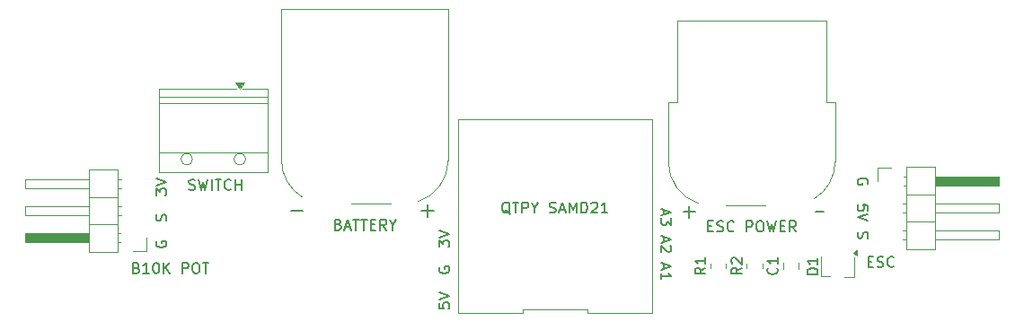
<source format=gbr>
%TF.GenerationSoftware,KiCad,Pcbnew,9.0.5*%
%TF.CreationDate,2025-11-20T18:01:40-05:00*%
%TF.ProjectId,stencilFix,7374656e-6369-46c4-9669-782e6b696361,rev?*%
%TF.SameCoordinates,Original*%
%TF.FileFunction,Legend,Top*%
%TF.FilePolarity,Positive*%
%FSLAX46Y46*%
G04 Gerber Fmt 4.6, Leading zero omitted, Abs format (unit mm)*
G04 Created by KiCad (PCBNEW 9.0.5) date 2025-11-20 18:01:40*
%MOMM*%
%LPD*%
G01*
G04 APERTURE LIST*
%ADD10C,0.150000*%
%ADD11C,0.120000*%
G04 APERTURE END LIST*
D10*
X95514438Y-81636857D02*
X95466819Y-81732095D01*
X95466819Y-81732095D02*
X95466819Y-81874952D01*
X95466819Y-81874952D02*
X95514438Y-82017809D01*
X95514438Y-82017809D02*
X95609676Y-82113047D01*
X95609676Y-82113047D02*
X95704914Y-82160666D01*
X95704914Y-82160666D02*
X95895390Y-82208285D01*
X95895390Y-82208285D02*
X96038247Y-82208285D01*
X96038247Y-82208285D02*
X96228723Y-82160666D01*
X96228723Y-82160666D02*
X96323961Y-82113047D01*
X96323961Y-82113047D02*
X96419200Y-82017809D01*
X96419200Y-82017809D02*
X96466819Y-81874952D01*
X96466819Y-81874952D02*
X96466819Y-81779714D01*
X96466819Y-81779714D02*
X96419200Y-81636857D01*
X96419200Y-81636857D02*
X96371580Y-81589238D01*
X96371580Y-81589238D02*
X96038247Y-81589238D01*
X96038247Y-81589238D02*
X96038247Y-81779714D01*
X96419200Y-79684475D02*
X96466819Y-79541618D01*
X96466819Y-79541618D02*
X96466819Y-79303523D01*
X96466819Y-79303523D02*
X96419200Y-79208285D01*
X96419200Y-79208285D02*
X96371580Y-79160666D01*
X96371580Y-79160666D02*
X96276342Y-79113047D01*
X96276342Y-79113047D02*
X96181104Y-79113047D01*
X96181104Y-79113047D02*
X96085866Y-79160666D01*
X96085866Y-79160666D02*
X96038247Y-79208285D01*
X96038247Y-79208285D02*
X95990628Y-79303523D01*
X95990628Y-79303523D02*
X95943009Y-79493999D01*
X95943009Y-79493999D02*
X95895390Y-79589237D01*
X95895390Y-79589237D02*
X95847771Y-79636856D01*
X95847771Y-79636856D02*
X95752533Y-79684475D01*
X95752533Y-79684475D02*
X95657295Y-79684475D01*
X95657295Y-79684475D02*
X95562057Y-79636856D01*
X95562057Y-79636856D02*
X95514438Y-79589237D01*
X95514438Y-79589237D02*
X95466819Y-79493999D01*
X95466819Y-79493999D02*
X95466819Y-79255904D01*
X95466819Y-79255904D02*
X95514438Y-79113047D01*
X95466819Y-77255903D02*
X95466819Y-76636856D01*
X95466819Y-76636856D02*
X95847771Y-76970189D01*
X95847771Y-76970189D02*
X95847771Y-76827332D01*
X95847771Y-76827332D02*
X95895390Y-76732094D01*
X95895390Y-76732094D02*
X95943009Y-76684475D01*
X95943009Y-76684475D02*
X96038247Y-76636856D01*
X96038247Y-76636856D02*
X96276342Y-76636856D01*
X96276342Y-76636856D02*
X96371580Y-76684475D01*
X96371580Y-76684475D02*
X96419200Y-76732094D01*
X96419200Y-76732094D02*
X96466819Y-76827332D01*
X96466819Y-76827332D02*
X96466819Y-77113046D01*
X96466819Y-77113046D02*
X96419200Y-77208284D01*
X96419200Y-77208284D02*
X96371580Y-77255903D01*
X95466819Y-76351141D02*
X96466819Y-76017808D01*
X96466819Y-76017808D02*
X95466819Y-75684475D01*
X162549561Y-76224094D02*
X162597180Y-76128856D01*
X162597180Y-76128856D02*
X162597180Y-75985999D01*
X162597180Y-75985999D02*
X162549561Y-75843142D01*
X162549561Y-75843142D02*
X162454323Y-75747904D01*
X162454323Y-75747904D02*
X162359085Y-75700285D01*
X162359085Y-75700285D02*
X162168609Y-75652666D01*
X162168609Y-75652666D02*
X162025752Y-75652666D01*
X162025752Y-75652666D02*
X161835276Y-75700285D01*
X161835276Y-75700285D02*
X161740038Y-75747904D01*
X161740038Y-75747904D02*
X161644800Y-75843142D01*
X161644800Y-75843142D02*
X161597180Y-75985999D01*
X161597180Y-75985999D02*
X161597180Y-76081237D01*
X161597180Y-76081237D02*
X161644800Y-76224094D01*
X161644800Y-76224094D02*
X161692419Y-76271713D01*
X161692419Y-76271713D02*
X162025752Y-76271713D01*
X162025752Y-76271713D02*
X162025752Y-76081237D01*
X162597180Y-78700285D02*
X162597180Y-78224095D01*
X162597180Y-78224095D02*
X162120990Y-78176476D01*
X162120990Y-78176476D02*
X162168609Y-78224095D01*
X162168609Y-78224095D02*
X162216228Y-78319333D01*
X162216228Y-78319333D02*
X162216228Y-78557428D01*
X162216228Y-78557428D02*
X162168609Y-78652666D01*
X162168609Y-78652666D02*
X162120990Y-78700285D01*
X162120990Y-78700285D02*
X162025752Y-78747904D01*
X162025752Y-78747904D02*
X161787657Y-78747904D01*
X161787657Y-78747904D02*
X161692419Y-78700285D01*
X161692419Y-78700285D02*
X161644800Y-78652666D01*
X161644800Y-78652666D02*
X161597180Y-78557428D01*
X161597180Y-78557428D02*
X161597180Y-78319333D01*
X161597180Y-78319333D02*
X161644800Y-78224095D01*
X161644800Y-78224095D02*
X161692419Y-78176476D01*
X162597180Y-79033619D02*
X161597180Y-79366952D01*
X161597180Y-79366952D02*
X162597180Y-79700285D01*
X161644800Y-80747905D02*
X161597180Y-80890762D01*
X161597180Y-80890762D02*
X161597180Y-81128857D01*
X161597180Y-81128857D02*
X161644800Y-81224095D01*
X161644800Y-81224095D02*
X161692419Y-81271714D01*
X161692419Y-81271714D02*
X161787657Y-81319333D01*
X161787657Y-81319333D02*
X161882895Y-81319333D01*
X161882895Y-81319333D02*
X161978133Y-81271714D01*
X161978133Y-81271714D02*
X162025752Y-81224095D01*
X162025752Y-81224095D02*
X162073371Y-81128857D01*
X162073371Y-81128857D02*
X162120990Y-80938381D01*
X162120990Y-80938381D02*
X162168609Y-80843143D01*
X162168609Y-80843143D02*
X162216228Y-80795524D01*
X162216228Y-80795524D02*
X162311466Y-80747905D01*
X162311466Y-80747905D02*
X162406704Y-80747905D01*
X162406704Y-80747905D02*
X162501942Y-80795524D01*
X162501942Y-80795524D02*
X162549561Y-80843143D01*
X162549561Y-80843143D02*
X162597180Y-80938381D01*
X162597180Y-80938381D02*
X162597180Y-81176476D01*
X162597180Y-81176476D02*
X162549561Y-81319333D01*
X122136819Y-87447048D02*
X122136819Y-87923238D01*
X122136819Y-87923238D02*
X122613009Y-87970857D01*
X122613009Y-87970857D02*
X122565390Y-87923238D01*
X122565390Y-87923238D02*
X122517771Y-87828000D01*
X122517771Y-87828000D02*
X122517771Y-87589905D01*
X122517771Y-87589905D02*
X122565390Y-87494667D01*
X122565390Y-87494667D02*
X122613009Y-87447048D01*
X122613009Y-87447048D02*
X122708247Y-87399429D01*
X122708247Y-87399429D02*
X122946342Y-87399429D01*
X122946342Y-87399429D02*
X123041580Y-87447048D01*
X123041580Y-87447048D02*
X123089200Y-87494667D01*
X123089200Y-87494667D02*
X123136819Y-87589905D01*
X123136819Y-87589905D02*
X123136819Y-87828000D01*
X123136819Y-87828000D02*
X123089200Y-87923238D01*
X123089200Y-87923238D02*
X123041580Y-87970857D01*
X122136819Y-87113714D02*
X123136819Y-86780381D01*
X123136819Y-86780381D02*
X122136819Y-86447048D01*
X122184438Y-84066095D02*
X122136819Y-84161333D01*
X122136819Y-84161333D02*
X122136819Y-84304190D01*
X122136819Y-84304190D02*
X122184438Y-84447047D01*
X122184438Y-84447047D02*
X122279676Y-84542285D01*
X122279676Y-84542285D02*
X122374914Y-84589904D01*
X122374914Y-84589904D02*
X122565390Y-84637523D01*
X122565390Y-84637523D02*
X122708247Y-84637523D01*
X122708247Y-84637523D02*
X122898723Y-84589904D01*
X122898723Y-84589904D02*
X122993961Y-84542285D01*
X122993961Y-84542285D02*
X123089200Y-84447047D01*
X123089200Y-84447047D02*
X123136819Y-84304190D01*
X123136819Y-84304190D02*
X123136819Y-84208952D01*
X123136819Y-84208952D02*
X123089200Y-84066095D01*
X123089200Y-84066095D02*
X123041580Y-84018476D01*
X123041580Y-84018476D02*
X122708247Y-84018476D01*
X122708247Y-84018476D02*
X122708247Y-84208952D01*
X122136819Y-82161332D02*
X122136819Y-81542285D01*
X122136819Y-81542285D02*
X122517771Y-81875618D01*
X122517771Y-81875618D02*
X122517771Y-81732761D01*
X122517771Y-81732761D02*
X122565390Y-81637523D01*
X122565390Y-81637523D02*
X122613009Y-81589904D01*
X122613009Y-81589904D02*
X122708247Y-81542285D01*
X122708247Y-81542285D02*
X122946342Y-81542285D01*
X122946342Y-81542285D02*
X123041580Y-81589904D01*
X123041580Y-81589904D02*
X123089200Y-81637523D01*
X123089200Y-81637523D02*
X123136819Y-81732761D01*
X123136819Y-81732761D02*
X123136819Y-82018475D01*
X123136819Y-82018475D02*
X123089200Y-82113713D01*
X123089200Y-82113713D02*
X123041580Y-82161332D01*
X122136819Y-81256570D02*
X123136819Y-80923237D01*
X123136819Y-80923237D02*
X122136819Y-80589904D01*
X143340895Y-78629285D02*
X143340895Y-79105475D01*
X143055180Y-78534047D02*
X144055180Y-78867380D01*
X144055180Y-78867380D02*
X143055180Y-79200713D01*
X144055180Y-79438809D02*
X144055180Y-80057856D01*
X144055180Y-80057856D02*
X143674228Y-79724523D01*
X143674228Y-79724523D02*
X143674228Y-79867380D01*
X143674228Y-79867380D02*
X143626609Y-79962618D01*
X143626609Y-79962618D02*
X143578990Y-80010237D01*
X143578990Y-80010237D02*
X143483752Y-80057856D01*
X143483752Y-80057856D02*
X143245657Y-80057856D01*
X143245657Y-80057856D02*
X143150419Y-80010237D01*
X143150419Y-80010237D02*
X143102800Y-79962618D01*
X143102800Y-79962618D02*
X143055180Y-79867380D01*
X143055180Y-79867380D02*
X143055180Y-79581666D01*
X143055180Y-79581666D02*
X143102800Y-79486428D01*
X143102800Y-79486428D02*
X143150419Y-79438809D01*
X143340895Y-81200714D02*
X143340895Y-81676904D01*
X143055180Y-81105476D02*
X144055180Y-81438809D01*
X144055180Y-81438809D02*
X143055180Y-81772142D01*
X143959942Y-82057857D02*
X144007561Y-82105476D01*
X144007561Y-82105476D02*
X144055180Y-82200714D01*
X144055180Y-82200714D02*
X144055180Y-82438809D01*
X144055180Y-82438809D02*
X144007561Y-82534047D01*
X144007561Y-82534047D02*
X143959942Y-82581666D01*
X143959942Y-82581666D02*
X143864704Y-82629285D01*
X143864704Y-82629285D02*
X143769466Y-82629285D01*
X143769466Y-82629285D02*
X143626609Y-82581666D01*
X143626609Y-82581666D02*
X143055180Y-82010238D01*
X143055180Y-82010238D02*
X143055180Y-82629285D01*
X143340895Y-83772143D02*
X143340895Y-84248333D01*
X143055180Y-83676905D02*
X144055180Y-84010238D01*
X144055180Y-84010238D02*
X143055180Y-84343571D01*
X143055180Y-85200714D02*
X143055180Y-84629286D01*
X143055180Y-84915000D02*
X144055180Y-84915000D01*
X144055180Y-84915000D02*
X143912323Y-84819762D01*
X143912323Y-84819762D02*
X143817085Y-84724524D01*
X143817085Y-84724524D02*
X143769466Y-84629286D01*
X128857904Y-79036057D02*
X128762666Y-78988438D01*
X128762666Y-78988438D02*
X128667428Y-78893200D01*
X128667428Y-78893200D02*
X128524571Y-78750342D01*
X128524571Y-78750342D02*
X128429333Y-78702723D01*
X128429333Y-78702723D02*
X128334095Y-78702723D01*
X128381714Y-78940819D02*
X128286476Y-78893200D01*
X128286476Y-78893200D02*
X128191238Y-78797961D01*
X128191238Y-78797961D02*
X128143619Y-78607485D01*
X128143619Y-78607485D02*
X128143619Y-78274152D01*
X128143619Y-78274152D02*
X128191238Y-78083676D01*
X128191238Y-78083676D02*
X128286476Y-77988438D01*
X128286476Y-77988438D02*
X128381714Y-77940819D01*
X128381714Y-77940819D02*
X128572190Y-77940819D01*
X128572190Y-77940819D02*
X128667428Y-77988438D01*
X128667428Y-77988438D02*
X128762666Y-78083676D01*
X128762666Y-78083676D02*
X128810285Y-78274152D01*
X128810285Y-78274152D02*
X128810285Y-78607485D01*
X128810285Y-78607485D02*
X128762666Y-78797961D01*
X128762666Y-78797961D02*
X128667428Y-78893200D01*
X128667428Y-78893200D02*
X128572190Y-78940819D01*
X128572190Y-78940819D02*
X128381714Y-78940819D01*
X129096000Y-77940819D02*
X129667428Y-77940819D01*
X129381714Y-78940819D02*
X129381714Y-77940819D01*
X130000762Y-78940819D02*
X130000762Y-77940819D01*
X130000762Y-77940819D02*
X130381714Y-77940819D01*
X130381714Y-77940819D02*
X130476952Y-77988438D01*
X130476952Y-77988438D02*
X130524571Y-78036057D01*
X130524571Y-78036057D02*
X130572190Y-78131295D01*
X130572190Y-78131295D02*
X130572190Y-78274152D01*
X130572190Y-78274152D02*
X130524571Y-78369390D01*
X130524571Y-78369390D02*
X130476952Y-78417009D01*
X130476952Y-78417009D02*
X130381714Y-78464628D01*
X130381714Y-78464628D02*
X130000762Y-78464628D01*
X131191238Y-78464628D02*
X131191238Y-78940819D01*
X130857905Y-77940819D02*
X131191238Y-78464628D01*
X131191238Y-78464628D02*
X131524571Y-77940819D01*
X132572191Y-78893200D02*
X132715048Y-78940819D01*
X132715048Y-78940819D02*
X132953143Y-78940819D01*
X132953143Y-78940819D02*
X133048381Y-78893200D01*
X133048381Y-78893200D02*
X133096000Y-78845580D01*
X133096000Y-78845580D02*
X133143619Y-78750342D01*
X133143619Y-78750342D02*
X133143619Y-78655104D01*
X133143619Y-78655104D02*
X133096000Y-78559866D01*
X133096000Y-78559866D02*
X133048381Y-78512247D01*
X133048381Y-78512247D02*
X132953143Y-78464628D01*
X132953143Y-78464628D02*
X132762667Y-78417009D01*
X132762667Y-78417009D02*
X132667429Y-78369390D01*
X132667429Y-78369390D02*
X132619810Y-78321771D01*
X132619810Y-78321771D02*
X132572191Y-78226533D01*
X132572191Y-78226533D02*
X132572191Y-78131295D01*
X132572191Y-78131295D02*
X132619810Y-78036057D01*
X132619810Y-78036057D02*
X132667429Y-77988438D01*
X132667429Y-77988438D02*
X132762667Y-77940819D01*
X132762667Y-77940819D02*
X133000762Y-77940819D01*
X133000762Y-77940819D02*
X133143619Y-77988438D01*
X133524572Y-78655104D02*
X134000762Y-78655104D01*
X133429334Y-78940819D02*
X133762667Y-77940819D01*
X133762667Y-77940819D02*
X134096000Y-78940819D01*
X134429334Y-78940819D02*
X134429334Y-77940819D01*
X134429334Y-77940819D02*
X134762667Y-78655104D01*
X134762667Y-78655104D02*
X135096000Y-77940819D01*
X135096000Y-77940819D02*
X135096000Y-78940819D01*
X135572191Y-78940819D02*
X135572191Y-77940819D01*
X135572191Y-77940819D02*
X135810286Y-77940819D01*
X135810286Y-77940819D02*
X135953143Y-77988438D01*
X135953143Y-77988438D02*
X136048381Y-78083676D01*
X136048381Y-78083676D02*
X136096000Y-78178914D01*
X136096000Y-78178914D02*
X136143619Y-78369390D01*
X136143619Y-78369390D02*
X136143619Y-78512247D01*
X136143619Y-78512247D02*
X136096000Y-78702723D01*
X136096000Y-78702723D02*
X136048381Y-78797961D01*
X136048381Y-78797961D02*
X135953143Y-78893200D01*
X135953143Y-78893200D02*
X135810286Y-78940819D01*
X135810286Y-78940819D02*
X135572191Y-78940819D01*
X136524572Y-78036057D02*
X136572191Y-77988438D01*
X136572191Y-77988438D02*
X136667429Y-77940819D01*
X136667429Y-77940819D02*
X136905524Y-77940819D01*
X136905524Y-77940819D02*
X137000762Y-77988438D01*
X137000762Y-77988438D02*
X137048381Y-78036057D01*
X137048381Y-78036057D02*
X137096000Y-78131295D01*
X137096000Y-78131295D02*
X137096000Y-78226533D01*
X137096000Y-78226533D02*
X137048381Y-78369390D01*
X137048381Y-78369390D02*
X136476953Y-78940819D01*
X136476953Y-78940819D02*
X137096000Y-78940819D01*
X138048381Y-78940819D02*
X137476953Y-78940819D01*
X137762667Y-78940819D02*
X137762667Y-77940819D01*
X137762667Y-77940819D02*
X137667429Y-78083676D01*
X137667429Y-78083676D02*
X137572191Y-78178914D01*
X137572191Y-78178914D02*
X137476953Y-78226533D01*
X98592000Y-76734200D02*
X98734857Y-76781819D01*
X98734857Y-76781819D02*
X98972952Y-76781819D01*
X98972952Y-76781819D02*
X99068190Y-76734200D01*
X99068190Y-76734200D02*
X99115809Y-76686580D01*
X99115809Y-76686580D02*
X99163428Y-76591342D01*
X99163428Y-76591342D02*
X99163428Y-76496104D01*
X99163428Y-76496104D02*
X99115809Y-76400866D01*
X99115809Y-76400866D02*
X99068190Y-76353247D01*
X99068190Y-76353247D02*
X98972952Y-76305628D01*
X98972952Y-76305628D02*
X98782476Y-76258009D01*
X98782476Y-76258009D02*
X98687238Y-76210390D01*
X98687238Y-76210390D02*
X98639619Y-76162771D01*
X98639619Y-76162771D02*
X98592000Y-76067533D01*
X98592000Y-76067533D02*
X98592000Y-75972295D01*
X98592000Y-75972295D02*
X98639619Y-75877057D01*
X98639619Y-75877057D02*
X98687238Y-75829438D01*
X98687238Y-75829438D02*
X98782476Y-75781819D01*
X98782476Y-75781819D02*
X99020571Y-75781819D01*
X99020571Y-75781819D02*
X99163428Y-75829438D01*
X99496762Y-75781819D02*
X99734857Y-76781819D01*
X99734857Y-76781819D02*
X99925333Y-76067533D01*
X99925333Y-76067533D02*
X100115809Y-76781819D01*
X100115809Y-76781819D02*
X100353905Y-75781819D01*
X100734857Y-76781819D02*
X100734857Y-75781819D01*
X101068190Y-75781819D02*
X101639618Y-75781819D01*
X101353904Y-76781819D02*
X101353904Y-75781819D01*
X102544380Y-76686580D02*
X102496761Y-76734200D01*
X102496761Y-76734200D02*
X102353904Y-76781819D01*
X102353904Y-76781819D02*
X102258666Y-76781819D01*
X102258666Y-76781819D02*
X102115809Y-76734200D01*
X102115809Y-76734200D02*
X102020571Y-76638961D01*
X102020571Y-76638961D02*
X101972952Y-76543723D01*
X101972952Y-76543723D02*
X101925333Y-76353247D01*
X101925333Y-76353247D02*
X101925333Y-76210390D01*
X101925333Y-76210390D02*
X101972952Y-76019914D01*
X101972952Y-76019914D02*
X102020571Y-75924676D01*
X102020571Y-75924676D02*
X102115809Y-75829438D01*
X102115809Y-75829438D02*
X102258666Y-75781819D01*
X102258666Y-75781819D02*
X102353904Y-75781819D01*
X102353904Y-75781819D02*
X102496761Y-75829438D01*
X102496761Y-75829438D02*
X102544380Y-75877057D01*
X102972952Y-76781819D02*
X102972952Y-75781819D01*
X102972952Y-76258009D02*
X103544380Y-76258009D01*
X103544380Y-76781819D02*
X103544380Y-75781819D01*
X147266819Y-84113666D02*
X146790628Y-84446999D01*
X147266819Y-84685094D02*
X146266819Y-84685094D01*
X146266819Y-84685094D02*
X146266819Y-84304142D01*
X146266819Y-84304142D02*
X146314438Y-84208904D01*
X146314438Y-84208904D02*
X146362057Y-84161285D01*
X146362057Y-84161285D02*
X146457295Y-84113666D01*
X146457295Y-84113666D02*
X146600152Y-84113666D01*
X146600152Y-84113666D02*
X146695390Y-84161285D01*
X146695390Y-84161285D02*
X146743009Y-84208904D01*
X146743009Y-84208904D02*
X146790628Y-84304142D01*
X146790628Y-84304142D02*
X146790628Y-84685094D01*
X147266819Y-83161285D02*
X147266819Y-83732713D01*
X147266819Y-83446999D02*
X146266819Y-83446999D01*
X146266819Y-83446999D02*
X146409676Y-83542237D01*
X146409676Y-83542237D02*
X146504914Y-83637475D01*
X146504914Y-83637475D02*
X146552533Y-83732713D01*
X157854819Y-84738094D02*
X156854819Y-84738094D01*
X156854819Y-84738094D02*
X156854819Y-84499999D01*
X156854819Y-84499999D02*
X156902438Y-84357142D01*
X156902438Y-84357142D02*
X156997676Y-84261904D01*
X156997676Y-84261904D02*
X157092914Y-84214285D01*
X157092914Y-84214285D02*
X157283390Y-84166666D01*
X157283390Y-84166666D02*
X157426247Y-84166666D01*
X157426247Y-84166666D02*
X157616723Y-84214285D01*
X157616723Y-84214285D02*
X157711961Y-84261904D01*
X157711961Y-84261904D02*
X157807200Y-84357142D01*
X157807200Y-84357142D02*
X157854819Y-84499999D01*
X157854819Y-84499999D02*
X157854819Y-84738094D01*
X157854819Y-83214285D02*
X157854819Y-83785713D01*
X157854819Y-83499999D02*
X156854819Y-83499999D01*
X156854819Y-83499999D02*
X156997676Y-83595237D01*
X156997676Y-83595237D02*
X157092914Y-83690475D01*
X157092914Y-83690475D02*
X157140533Y-83785713D01*
X154000580Y-84113666D02*
X154048200Y-84161285D01*
X154048200Y-84161285D02*
X154095819Y-84304142D01*
X154095819Y-84304142D02*
X154095819Y-84399380D01*
X154095819Y-84399380D02*
X154048200Y-84542237D01*
X154048200Y-84542237D02*
X153952961Y-84637475D01*
X153952961Y-84637475D02*
X153857723Y-84685094D01*
X153857723Y-84685094D02*
X153667247Y-84732713D01*
X153667247Y-84732713D02*
X153524390Y-84732713D01*
X153524390Y-84732713D02*
X153333914Y-84685094D01*
X153333914Y-84685094D02*
X153238676Y-84637475D01*
X153238676Y-84637475D02*
X153143438Y-84542237D01*
X153143438Y-84542237D02*
X153095819Y-84399380D01*
X153095819Y-84399380D02*
X153095819Y-84304142D01*
X153095819Y-84304142D02*
X153143438Y-84161285D01*
X153143438Y-84161285D02*
X153191057Y-84113666D01*
X154095819Y-83161285D02*
X154095819Y-83732713D01*
X154095819Y-83446999D02*
X153095819Y-83446999D01*
X153095819Y-83446999D02*
X153238676Y-83542237D01*
X153238676Y-83542237D02*
X153333914Y-83637475D01*
X153333914Y-83637475D02*
X153381533Y-83732713D01*
X162609524Y-83531009D02*
X162942857Y-83531009D01*
X163085714Y-84054819D02*
X162609524Y-84054819D01*
X162609524Y-84054819D02*
X162609524Y-83054819D01*
X162609524Y-83054819D02*
X163085714Y-83054819D01*
X163466667Y-84007200D02*
X163609524Y-84054819D01*
X163609524Y-84054819D02*
X163847619Y-84054819D01*
X163847619Y-84054819D02*
X163942857Y-84007200D01*
X163942857Y-84007200D02*
X163990476Y-83959580D01*
X163990476Y-83959580D02*
X164038095Y-83864342D01*
X164038095Y-83864342D02*
X164038095Y-83769104D01*
X164038095Y-83769104D02*
X163990476Y-83673866D01*
X163990476Y-83673866D02*
X163942857Y-83626247D01*
X163942857Y-83626247D02*
X163847619Y-83578628D01*
X163847619Y-83578628D02*
X163657143Y-83531009D01*
X163657143Y-83531009D02*
X163561905Y-83483390D01*
X163561905Y-83483390D02*
X163514286Y-83435771D01*
X163514286Y-83435771D02*
X163466667Y-83340533D01*
X163466667Y-83340533D02*
X163466667Y-83245295D01*
X163466667Y-83245295D02*
X163514286Y-83150057D01*
X163514286Y-83150057D02*
X163561905Y-83102438D01*
X163561905Y-83102438D02*
X163657143Y-83054819D01*
X163657143Y-83054819D02*
X163895238Y-83054819D01*
X163895238Y-83054819D02*
X164038095Y-83102438D01*
X165038095Y-83959580D02*
X164990476Y-84007200D01*
X164990476Y-84007200D02*
X164847619Y-84054819D01*
X164847619Y-84054819D02*
X164752381Y-84054819D01*
X164752381Y-84054819D02*
X164609524Y-84007200D01*
X164609524Y-84007200D02*
X164514286Y-83911961D01*
X164514286Y-83911961D02*
X164466667Y-83816723D01*
X164466667Y-83816723D02*
X164419048Y-83626247D01*
X164419048Y-83626247D02*
X164419048Y-83483390D01*
X164419048Y-83483390D02*
X164466667Y-83292914D01*
X164466667Y-83292914D02*
X164514286Y-83197676D01*
X164514286Y-83197676D02*
X164609524Y-83102438D01*
X164609524Y-83102438D02*
X164752381Y-83054819D01*
X164752381Y-83054819D02*
X164847619Y-83054819D01*
X164847619Y-83054819D02*
X164990476Y-83102438D01*
X164990476Y-83102438D02*
X165038095Y-83150057D01*
X147518952Y-80177009D02*
X147852285Y-80177009D01*
X147995142Y-80700819D02*
X147518952Y-80700819D01*
X147518952Y-80700819D02*
X147518952Y-79700819D01*
X147518952Y-79700819D02*
X147995142Y-79700819D01*
X148376095Y-80653200D02*
X148518952Y-80700819D01*
X148518952Y-80700819D02*
X148757047Y-80700819D01*
X148757047Y-80700819D02*
X148852285Y-80653200D01*
X148852285Y-80653200D02*
X148899904Y-80605580D01*
X148899904Y-80605580D02*
X148947523Y-80510342D01*
X148947523Y-80510342D02*
X148947523Y-80415104D01*
X148947523Y-80415104D02*
X148899904Y-80319866D01*
X148899904Y-80319866D02*
X148852285Y-80272247D01*
X148852285Y-80272247D02*
X148757047Y-80224628D01*
X148757047Y-80224628D02*
X148566571Y-80177009D01*
X148566571Y-80177009D02*
X148471333Y-80129390D01*
X148471333Y-80129390D02*
X148423714Y-80081771D01*
X148423714Y-80081771D02*
X148376095Y-79986533D01*
X148376095Y-79986533D02*
X148376095Y-79891295D01*
X148376095Y-79891295D02*
X148423714Y-79796057D01*
X148423714Y-79796057D02*
X148471333Y-79748438D01*
X148471333Y-79748438D02*
X148566571Y-79700819D01*
X148566571Y-79700819D02*
X148804666Y-79700819D01*
X148804666Y-79700819D02*
X148947523Y-79748438D01*
X149947523Y-80605580D02*
X149899904Y-80653200D01*
X149899904Y-80653200D02*
X149757047Y-80700819D01*
X149757047Y-80700819D02*
X149661809Y-80700819D01*
X149661809Y-80700819D02*
X149518952Y-80653200D01*
X149518952Y-80653200D02*
X149423714Y-80557961D01*
X149423714Y-80557961D02*
X149376095Y-80462723D01*
X149376095Y-80462723D02*
X149328476Y-80272247D01*
X149328476Y-80272247D02*
X149328476Y-80129390D01*
X149328476Y-80129390D02*
X149376095Y-79938914D01*
X149376095Y-79938914D02*
X149423714Y-79843676D01*
X149423714Y-79843676D02*
X149518952Y-79748438D01*
X149518952Y-79748438D02*
X149661809Y-79700819D01*
X149661809Y-79700819D02*
X149757047Y-79700819D01*
X149757047Y-79700819D02*
X149899904Y-79748438D01*
X149899904Y-79748438D02*
X149947523Y-79796057D01*
X151138000Y-80700819D02*
X151138000Y-79700819D01*
X151138000Y-79700819D02*
X151518952Y-79700819D01*
X151518952Y-79700819D02*
X151614190Y-79748438D01*
X151614190Y-79748438D02*
X151661809Y-79796057D01*
X151661809Y-79796057D02*
X151709428Y-79891295D01*
X151709428Y-79891295D02*
X151709428Y-80034152D01*
X151709428Y-80034152D02*
X151661809Y-80129390D01*
X151661809Y-80129390D02*
X151614190Y-80177009D01*
X151614190Y-80177009D02*
X151518952Y-80224628D01*
X151518952Y-80224628D02*
X151138000Y-80224628D01*
X152328476Y-79700819D02*
X152518952Y-79700819D01*
X152518952Y-79700819D02*
X152614190Y-79748438D01*
X152614190Y-79748438D02*
X152709428Y-79843676D01*
X152709428Y-79843676D02*
X152757047Y-80034152D01*
X152757047Y-80034152D02*
X152757047Y-80367485D01*
X152757047Y-80367485D02*
X152709428Y-80557961D01*
X152709428Y-80557961D02*
X152614190Y-80653200D01*
X152614190Y-80653200D02*
X152518952Y-80700819D01*
X152518952Y-80700819D02*
X152328476Y-80700819D01*
X152328476Y-80700819D02*
X152233238Y-80653200D01*
X152233238Y-80653200D02*
X152138000Y-80557961D01*
X152138000Y-80557961D02*
X152090381Y-80367485D01*
X152090381Y-80367485D02*
X152090381Y-80034152D01*
X152090381Y-80034152D02*
X152138000Y-79843676D01*
X152138000Y-79843676D02*
X152233238Y-79748438D01*
X152233238Y-79748438D02*
X152328476Y-79700819D01*
X153090381Y-79700819D02*
X153328476Y-80700819D01*
X153328476Y-80700819D02*
X153518952Y-79986533D01*
X153518952Y-79986533D02*
X153709428Y-80700819D01*
X153709428Y-80700819D02*
X153947524Y-79700819D01*
X154328476Y-80177009D02*
X154661809Y-80177009D01*
X154804666Y-80700819D02*
X154328476Y-80700819D01*
X154328476Y-80700819D02*
X154328476Y-79700819D01*
X154328476Y-79700819D02*
X154804666Y-79700819D01*
X155804666Y-80700819D02*
X155471333Y-80224628D01*
X155233238Y-80700819D02*
X155233238Y-79700819D01*
X155233238Y-79700819D02*
X155614190Y-79700819D01*
X155614190Y-79700819D02*
X155709428Y-79748438D01*
X155709428Y-79748438D02*
X155757047Y-79796057D01*
X155757047Y-79796057D02*
X155804666Y-79891295D01*
X155804666Y-79891295D02*
X155804666Y-80034152D01*
X155804666Y-80034152D02*
X155757047Y-80129390D01*
X155757047Y-80129390D02*
X155709428Y-80177009D01*
X155709428Y-80177009D02*
X155614190Y-80224628D01*
X155614190Y-80224628D02*
X155233238Y-80224628D01*
X157657048Y-78819866D02*
X158418953Y-78819866D01*
X145166571Y-78860700D02*
X146309429Y-78860700D01*
X145738000Y-79432128D02*
X145738000Y-78289271D01*
X93633333Y-84131009D02*
X93776190Y-84178628D01*
X93776190Y-84178628D02*
X93823809Y-84226247D01*
X93823809Y-84226247D02*
X93871428Y-84321485D01*
X93871428Y-84321485D02*
X93871428Y-84464342D01*
X93871428Y-84464342D02*
X93823809Y-84559580D01*
X93823809Y-84559580D02*
X93776190Y-84607200D01*
X93776190Y-84607200D02*
X93680952Y-84654819D01*
X93680952Y-84654819D02*
X93300000Y-84654819D01*
X93300000Y-84654819D02*
X93300000Y-83654819D01*
X93300000Y-83654819D02*
X93633333Y-83654819D01*
X93633333Y-83654819D02*
X93728571Y-83702438D01*
X93728571Y-83702438D02*
X93776190Y-83750057D01*
X93776190Y-83750057D02*
X93823809Y-83845295D01*
X93823809Y-83845295D02*
X93823809Y-83940533D01*
X93823809Y-83940533D02*
X93776190Y-84035771D01*
X93776190Y-84035771D02*
X93728571Y-84083390D01*
X93728571Y-84083390D02*
X93633333Y-84131009D01*
X93633333Y-84131009D02*
X93300000Y-84131009D01*
X94823809Y-84654819D02*
X94252381Y-84654819D01*
X94538095Y-84654819D02*
X94538095Y-83654819D01*
X94538095Y-83654819D02*
X94442857Y-83797676D01*
X94442857Y-83797676D02*
X94347619Y-83892914D01*
X94347619Y-83892914D02*
X94252381Y-83940533D01*
X95442857Y-83654819D02*
X95538095Y-83654819D01*
X95538095Y-83654819D02*
X95633333Y-83702438D01*
X95633333Y-83702438D02*
X95680952Y-83750057D01*
X95680952Y-83750057D02*
X95728571Y-83845295D01*
X95728571Y-83845295D02*
X95776190Y-84035771D01*
X95776190Y-84035771D02*
X95776190Y-84273866D01*
X95776190Y-84273866D02*
X95728571Y-84464342D01*
X95728571Y-84464342D02*
X95680952Y-84559580D01*
X95680952Y-84559580D02*
X95633333Y-84607200D01*
X95633333Y-84607200D02*
X95538095Y-84654819D01*
X95538095Y-84654819D02*
X95442857Y-84654819D01*
X95442857Y-84654819D02*
X95347619Y-84607200D01*
X95347619Y-84607200D02*
X95300000Y-84559580D01*
X95300000Y-84559580D02*
X95252381Y-84464342D01*
X95252381Y-84464342D02*
X95204762Y-84273866D01*
X95204762Y-84273866D02*
X95204762Y-84035771D01*
X95204762Y-84035771D02*
X95252381Y-83845295D01*
X95252381Y-83845295D02*
X95300000Y-83750057D01*
X95300000Y-83750057D02*
X95347619Y-83702438D01*
X95347619Y-83702438D02*
X95442857Y-83654819D01*
X96204762Y-84654819D02*
X96204762Y-83654819D01*
X96776190Y-84654819D02*
X96347619Y-84083390D01*
X96776190Y-83654819D02*
X96204762Y-84226247D01*
X97966667Y-84654819D02*
X97966667Y-83654819D01*
X97966667Y-83654819D02*
X98347619Y-83654819D01*
X98347619Y-83654819D02*
X98442857Y-83702438D01*
X98442857Y-83702438D02*
X98490476Y-83750057D01*
X98490476Y-83750057D02*
X98538095Y-83845295D01*
X98538095Y-83845295D02*
X98538095Y-83988152D01*
X98538095Y-83988152D02*
X98490476Y-84083390D01*
X98490476Y-84083390D02*
X98442857Y-84131009D01*
X98442857Y-84131009D02*
X98347619Y-84178628D01*
X98347619Y-84178628D02*
X97966667Y-84178628D01*
X99157143Y-83654819D02*
X99347619Y-83654819D01*
X99347619Y-83654819D02*
X99442857Y-83702438D01*
X99442857Y-83702438D02*
X99538095Y-83797676D01*
X99538095Y-83797676D02*
X99585714Y-83988152D01*
X99585714Y-83988152D02*
X99585714Y-84321485D01*
X99585714Y-84321485D02*
X99538095Y-84511961D01*
X99538095Y-84511961D02*
X99442857Y-84607200D01*
X99442857Y-84607200D02*
X99347619Y-84654819D01*
X99347619Y-84654819D02*
X99157143Y-84654819D01*
X99157143Y-84654819D02*
X99061905Y-84607200D01*
X99061905Y-84607200D02*
X98966667Y-84511961D01*
X98966667Y-84511961D02*
X98919048Y-84321485D01*
X98919048Y-84321485D02*
X98919048Y-83988152D01*
X98919048Y-83988152D02*
X98966667Y-83797676D01*
X98966667Y-83797676D02*
X99061905Y-83702438D01*
X99061905Y-83702438D02*
X99157143Y-83654819D01*
X99871429Y-83654819D02*
X100442857Y-83654819D01*
X100157143Y-84654819D02*
X100157143Y-83654819D01*
X150696819Y-84113666D02*
X150220628Y-84446999D01*
X150696819Y-84685094D02*
X149696819Y-84685094D01*
X149696819Y-84685094D02*
X149696819Y-84304142D01*
X149696819Y-84304142D02*
X149744438Y-84208904D01*
X149744438Y-84208904D02*
X149792057Y-84161285D01*
X149792057Y-84161285D02*
X149887295Y-84113666D01*
X149887295Y-84113666D02*
X150030152Y-84113666D01*
X150030152Y-84113666D02*
X150125390Y-84161285D01*
X150125390Y-84161285D02*
X150173009Y-84208904D01*
X150173009Y-84208904D02*
X150220628Y-84304142D01*
X150220628Y-84304142D02*
X150220628Y-84685094D01*
X149792057Y-83732713D02*
X149744438Y-83685094D01*
X149744438Y-83685094D02*
X149696819Y-83589856D01*
X149696819Y-83589856D02*
X149696819Y-83351761D01*
X149696819Y-83351761D02*
X149744438Y-83256523D01*
X149744438Y-83256523D02*
X149792057Y-83208904D01*
X149792057Y-83208904D02*
X149887295Y-83161285D01*
X149887295Y-83161285D02*
X149982533Y-83161285D01*
X149982533Y-83161285D02*
X150125390Y-83208904D01*
X150125390Y-83208904D02*
X150696819Y-83780332D01*
X150696819Y-83780332D02*
X150696819Y-83161285D01*
X112669999Y-80035009D02*
X112812856Y-80082628D01*
X112812856Y-80082628D02*
X112860475Y-80130247D01*
X112860475Y-80130247D02*
X112908094Y-80225485D01*
X112908094Y-80225485D02*
X112908094Y-80368342D01*
X112908094Y-80368342D02*
X112860475Y-80463580D01*
X112860475Y-80463580D02*
X112812856Y-80511200D01*
X112812856Y-80511200D02*
X112717618Y-80558819D01*
X112717618Y-80558819D02*
X112336666Y-80558819D01*
X112336666Y-80558819D02*
X112336666Y-79558819D01*
X112336666Y-79558819D02*
X112669999Y-79558819D01*
X112669999Y-79558819D02*
X112765237Y-79606438D01*
X112765237Y-79606438D02*
X112812856Y-79654057D01*
X112812856Y-79654057D02*
X112860475Y-79749295D01*
X112860475Y-79749295D02*
X112860475Y-79844533D01*
X112860475Y-79844533D02*
X112812856Y-79939771D01*
X112812856Y-79939771D02*
X112765237Y-79987390D01*
X112765237Y-79987390D02*
X112669999Y-80035009D01*
X112669999Y-80035009D02*
X112336666Y-80035009D01*
X113289047Y-80273104D02*
X113765237Y-80273104D01*
X113193809Y-80558819D02*
X113527142Y-79558819D01*
X113527142Y-79558819D02*
X113860475Y-80558819D01*
X114050952Y-79558819D02*
X114622380Y-79558819D01*
X114336666Y-80558819D02*
X114336666Y-79558819D01*
X114812857Y-79558819D02*
X115384285Y-79558819D01*
X115098571Y-80558819D02*
X115098571Y-79558819D01*
X115717619Y-80035009D02*
X116050952Y-80035009D01*
X116193809Y-80558819D02*
X115717619Y-80558819D01*
X115717619Y-80558819D02*
X115717619Y-79558819D01*
X115717619Y-79558819D02*
X116193809Y-79558819D01*
X117193809Y-80558819D02*
X116860476Y-80082628D01*
X116622381Y-80558819D02*
X116622381Y-79558819D01*
X116622381Y-79558819D02*
X117003333Y-79558819D01*
X117003333Y-79558819D02*
X117098571Y-79606438D01*
X117098571Y-79606438D02*
X117146190Y-79654057D01*
X117146190Y-79654057D02*
X117193809Y-79749295D01*
X117193809Y-79749295D02*
X117193809Y-79892152D01*
X117193809Y-79892152D02*
X117146190Y-79987390D01*
X117146190Y-79987390D02*
X117098571Y-80035009D01*
X117098571Y-80035009D02*
X117003333Y-80082628D01*
X117003333Y-80082628D02*
X116622381Y-80082628D01*
X117812857Y-80082628D02*
X117812857Y-80558819D01*
X117479524Y-79558819D02*
X117812857Y-80082628D01*
X117812857Y-80082628D02*
X118146190Y-79558819D01*
X108198571Y-78718700D02*
X109341429Y-78718700D01*
X120498571Y-78718700D02*
X121641429Y-78718700D01*
X121070000Y-79290128D02*
X121070000Y-78147271D01*
D11*
%TO.C,J4*%
X95758000Y-67246000D02*
X103078000Y-67246000D01*
X95758000Y-75086000D02*
X95758000Y-67246000D01*
X103678000Y-67246000D02*
X105998000Y-67246000D01*
X105998000Y-67246000D02*
X105998000Y-75086000D01*
X105998000Y-67966000D02*
X95758000Y-67966000D01*
X105998000Y-68566000D02*
X95758000Y-68566000D01*
X105998000Y-73266000D02*
X95758000Y-73266000D01*
X105998000Y-75086000D02*
X95758000Y-75086000D01*
X98928000Y-73866000D02*
G75*
G02*
X97828000Y-73866000I-550000J0D01*
G01*
X97828000Y-73866000D02*
G75*
G02*
X98928000Y-73866000I550000J0D01*
G01*
X103928000Y-73866000D02*
G75*
G02*
X102828000Y-73866000I-550000J0D01*
G01*
X102828000Y-73866000D02*
G75*
G02*
X103928000Y-73866000I550000J0D01*
G01*
X103378000Y-67246000D02*
X102938000Y-66636000D01*
X103818000Y-66636000D01*
X103378000Y-67246000D01*
G36*
X103378000Y-67246000D02*
G01*
X102938000Y-66636000D01*
X103818000Y-66636000D01*
X103378000Y-67246000D01*
G37*
%TO.C,R1*%
X147728000Y-83719936D02*
X147728000Y-84174064D01*
X149198000Y-83719936D02*
X149198000Y-84174064D01*
%TO.C,D1*%
X158140000Y-84945000D02*
X158140000Y-83095000D01*
X159030000Y-84945000D02*
X158140000Y-84945000D01*
X161260000Y-84960000D02*
X160370000Y-84960000D01*
X161260000Y-84960000D02*
X161260000Y-83110000D01*
X161580000Y-82960000D02*
X161250000Y-82720000D01*
X161580000Y-82480000D01*
X161580000Y-82960000D01*
G36*
X161580000Y-82960000D02*
G01*
X161250000Y-82720000D01*
X161580000Y-82480000D01*
X161580000Y-82960000D01*
G37*
%TO.C,U1*%
X123976000Y-70128000D02*
X123976000Y-88368000D01*
X123976000Y-88368000D02*
X130056000Y-88368000D01*
X130056000Y-88008000D02*
X136135999Y-88008000D01*
X130056000Y-88368000D02*
X130056000Y-88008000D01*
X136135999Y-88008000D02*
X136135999Y-88368000D01*
X136135999Y-88368000D02*
X142216000Y-88368000D01*
X142216000Y-70128000D02*
X123976000Y-70128000D01*
X142216000Y-88368000D02*
X142216000Y-70128000D01*
%TO.C,C1*%
X154586000Y-84208252D02*
X154586000Y-83685748D01*
X156056000Y-84208252D02*
X156056000Y-83685748D01*
%TO.C,J2*%
X163509000Y-74676000D02*
X164779000Y-74676000D01*
X163509000Y-75946000D02*
X163509000Y-74676000D01*
X165856358Y-78056000D02*
X166169000Y-78056000D01*
X165856358Y-78916000D02*
X166169000Y-78916000D01*
X165856358Y-80596000D02*
X166169000Y-80596000D01*
X165856358Y-81456000D02*
X166169000Y-81456000D01*
X165939000Y-75516000D02*
X166169000Y-75516000D01*
X165939000Y-76376000D02*
X166169000Y-76376000D01*
X166169000Y-74566000D02*
X166169000Y-82406000D01*
X166169000Y-77216000D02*
X168929000Y-77216000D01*
X166169000Y-79756000D02*
X168929000Y-79756000D01*
X166169000Y-82406000D02*
X168929000Y-82406000D01*
X168929000Y-74566000D02*
X166169000Y-74566000D01*
X168929000Y-78056000D02*
X174929000Y-78056000D01*
X168929000Y-80596000D02*
X174929000Y-80596000D01*
X168929000Y-82406000D02*
X168929000Y-74566000D01*
X174929000Y-78056000D02*
X174929000Y-78916000D01*
X174929000Y-78916000D02*
X168929000Y-78916000D01*
X174929000Y-80596000D02*
X174929000Y-81456000D01*
X174929000Y-81456000D02*
X168929000Y-81456000D01*
X168929000Y-75516000D02*
X174929000Y-75516000D01*
X174929000Y-76376000D01*
X168929000Y-76376000D01*
X168929000Y-75516000D01*
G36*
X168929000Y-75516000D02*
G01*
X174929000Y-75516000D01*
X174929000Y-76376000D01*
X168929000Y-76376000D01*
X168929000Y-75516000D01*
G37*
%TO.C,J5*%
X143778000Y-68486000D02*
X143778000Y-74096000D01*
X143778000Y-68486000D02*
X144628000Y-68486000D01*
X144628000Y-60786000D02*
X144628000Y-68486000D01*
X144628000Y-60786000D02*
X158648000Y-60786000D01*
X149188000Y-78206000D02*
X152928000Y-78206000D01*
X158648000Y-60786000D02*
X158648000Y-68486000D01*
X158648000Y-68486000D02*
X159498000Y-68486000D01*
X159498000Y-68486000D02*
X159498000Y-74096000D01*
X146648100Y-78054718D02*
G75*
G02*
X143778000Y-74096000I1239898J3918716D01*
G01*
X159498000Y-74096000D02*
G75*
G02*
X157504806Y-77618958I-4110000J0D01*
G01*
%TO.C,J1*%
X83135000Y-75770000D02*
X89135000Y-75770000D01*
X83135000Y-76630000D02*
X83135000Y-75770000D01*
X83135000Y-78310000D02*
X89135000Y-78310000D01*
X83135000Y-79170000D02*
X83135000Y-78310000D01*
X89135000Y-74820000D02*
X89135000Y-82660000D01*
X89135000Y-76630000D02*
X83135000Y-76630000D01*
X89135000Y-79170000D02*
X83135000Y-79170000D01*
X89135000Y-82660000D02*
X91895000Y-82660000D01*
X91895000Y-74820000D02*
X89135000Y-74820000D01*
X91895000Y-77470000D02*
X89135000Y-77470000D01*
X91895000Y-80010000D02*
X89135000Y-80010000D01*
X91895000Y-82660000D02*
X91895000Y-74820000D01*
X92125000Y-80850000D02*
X91895000Y-80850000D01*
X92125000Y-81710000D02*
X91895000Y-81710000D01*
X92207642Y-75770000D02*
X91895000Y-75770000D01*
X92207642Y-76630000D02*
X91895000Y-76630000D01*
X92207642Y-78310000D02*
X91895000Y-78310000D01*
X92207642Y-79170000D02*
X91895000Y-79170000D01*
X94555000Y-81280000D02*
X94555000Y-82550000D01*
X94555000Y-82550000D02*
X93285000Y-82550000D01*
X89135000Y-81710000D02*
X83135000Y-81710000D01*
X83135000Y-80850000D01*
X89135000Y-80850000D01*
X89135000Y-81710000D01*
G36*
X89135000Y-81710000D02*
G01*
X83135000Y-81710000D01*
X83135000Y-80850000D01*
X89135000Y-80850000D01*
X89135000Y-81710000D01*
G37*
%TO.C,R2*%
X151157000Y-84174064D02*
X151157000Y-83719936D01*
X152627000Y-84174064D02*
X152627000Y-83719936D01*
%TO.C,J3*%
X107310000Y-59644000D02*
X107310000Y-73954000D01*
X107310000Y-59644000D02*
X123030000Y-59644000D01*
X113880000Y-78064000D02*
X117620000Y-78064000D01*
X123030000Y-59644000D02*
X123030000Y-73954000D01*
X109303194Y-77476958D02*
G75*
G02*
X107310000Y-73954000I2116805J3522957D01*
G01*
X123030000Y-73954000D02*
G75*
G02*
X120121648Y-77884413I-4110000J0D01*
G01*
%TD*%
M02*

</source>
